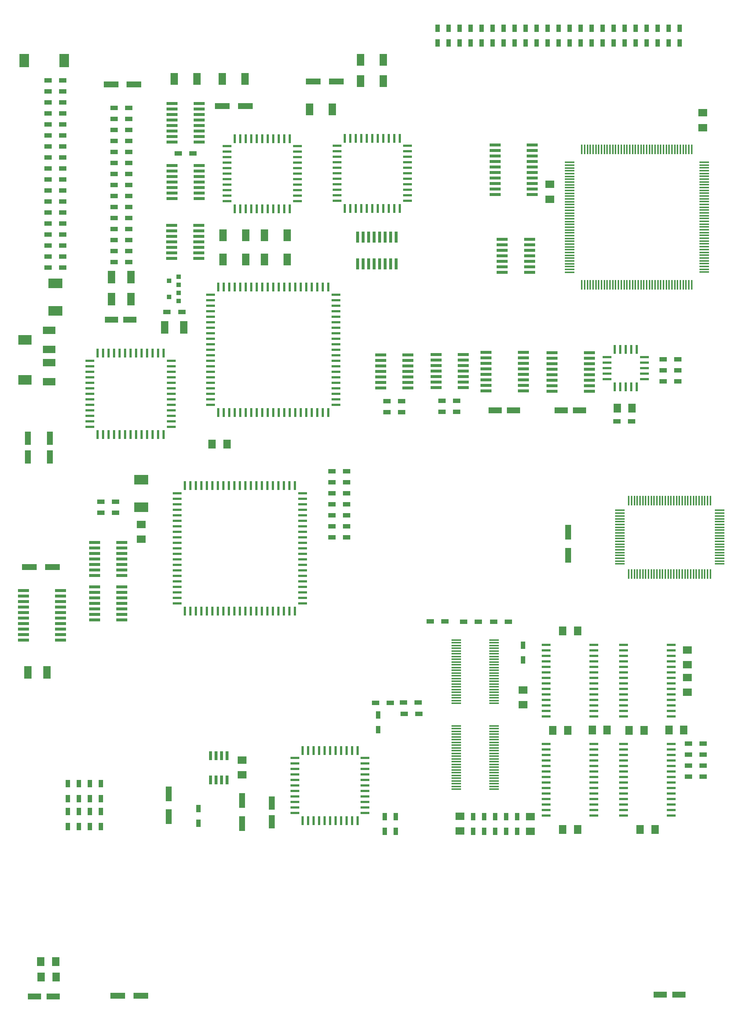
<source format=gbr>
G04 This is an RS-274x file exported by *
G04 gerbv version 2.7.0 *
G04 More information is available about gerbv at *
G04 http://gerbv.geda-project.org/ *
G04 --End of header info--*
%MOIN*%
%FSLAX36Y36*%
%IPPOS*%
G04 --Define apertures--*
%ADD10R,0.0433X0.0669*%
%ADD11R,0.0827X0.0669*%
%ADD12R,0.0669X0.0827*%
%ADD13R,0.0213X0.0827*%
%ADD14R,0.0827X0.0213*%
%ADD15R,0.1378X0.0551*%
%ADD16R,0.0551X0.1378*%
%ADD17R,0.0394X0.0394*%
%ADD18R,0.0669X0.0433*%
%ADD19R,0.0276X0.1024*%
%ADD20R,0.1024X0.0276*%
%ADD21R,0.0906X0.0118*%
%ADD22R,0.1220X0.0551*%
%ADD23R,0.0551X0.1220*%
%ADD24R,0.0276X0.0827*%
%ADD25R,0.1181X0.0669*%
%ADD26R,0.0669X0.1181*%
%ADD27R,0.1220X0.0866*%
%ADD28R,0.0866X0.1220*%
%ADD29R,0.1260X0.0906*%
%ADD30R,0.0669X0.1063*%
%ADD31R,0.0886X0.0118*%
%ADD32R,0.0118X0.0886*%
G04 --Start main section--*
G54D11*
G01X1287500Y-875492D03*
G01X1287504Y-1009870D03*
G54D12*
G01X5746878Y0181252D03*
G01X5612500Y0181252D03*
G54D11*
G01X6250000Y-2150004D03*
G01X6250000Y-2015626D03*
G01X6250000Y-2400004D03*
G01X6250000Y-2265626D03*
G01X4756252Y-2512504D03*
G01X4756252Y-2378126D03*
G54D12*
G01X5821874Y-3646874D03*
G01X5956252Y-3646874D03*
G01X5118748Y-3646874D03*
G01X5253130Y-3646874D03*
G01X6084374Y-2743748D03*
G01X6218756Y-2743748D03*
G01X5721874Y-2746874D03*
G01X5856252Y-2746874D03*
G01X5387500Y-2743748D03*
G01X5521878Y-2743748D03*
G01X5028126Y-2746874D03*
G01X5162504Y-2746874D03*
G01X5118748Y-1843748D03*
G01X5253130Y-1843748D03*
G54D11*
G01X6390626Y2728122D03*
G01X6390626Y2862500D03*
G01X5000000Y2078122D03*
G01X5000000Y2212500D03*
G54D13*
G01X2487500Y1281252D03*
G01X2437500Y1281252D03*
G01X2387500Y1281252D03*
G01X2337500Y1281252D03*
G01X2287500Y1281252D03*
G01X2237500Y1281252D03*
G01X2187500Y1281252D03*
G01X2137500Y1281252D03*
G01X2087500Y1281252D03*
G01X2037500Y1281252D03*
G01X1987500Y1281252D03*
G54D14*
G01X1916634Y1210386D03*
G01X1916634Y1160386D03*
G01X1916634Y1110386D03*
G01X1916634Y1060386D03*
G01X1916634Y1010386D03*
G01X1916634Y0960386D03*
G01X1916634Y0910386D03*
G01X1916634Y0860386D03*
G01X1916634Y0810386D03*
G01X1916634Y0760386D03*
G01X1916634Y0710386D03*
G01X1916634Y0660386D03*
G01X1916634Y0610386D03*
G01X1916634Y0560386D03*
G01X1916634Y0510386D03*
G01X1916634Y0460386D03*
G01X1916634Y0410386D03*
G01X1916634Y0360386D03*
G01X1916634Y0310386D03*
G01X1916634Y0260386D03*
G01X1916634Y0210386D03*
G54D13*
G01X1987500Y0139520D03*
G01X2037500Y0139520D03*
G01X2087500Y0139520D03*
G01X2137500Y0139520D03*
G01X2187500Y0139520D03*
G01X2237500Y0139520D03*
G01X2287500Y0139520D03*
G01X2337500Y0139520D03*
G01X2387500Y0139520D03*
G01X2437500Y0139520D03*
G01X2487500Y0139520D03*
G01X2537500Y0139520D03*
G01X2587500Y0139520D03*
G01X2637500Y0139520D03*
G01X2687500Y0139520D03*
G01X2737500Y0139520D03*
G01X2787500Y0139520D03*
G01X2837500Y0139520D03*
G01X2887500Y0139520D03*
G01X2937500Y0139520D03*
G01X2987500Y0139520D03*
G54D14*
G01X3058366Y0210386D03*
G01X3058366Y0260386D03*
G01X3058366Y0310386D03*
G01X3058366Y0360386D03*
G01X3058366Y0410386D03*
G01X3058366Y0460386D03*
G01X3058366Y0510386D03*
G01X3058366Y0560386D03*
G01X3058366Y0610386D03*
G01X3058366Y0660386D03*
G01X3058366Y0710386D03*
G01X3058366Y0760386D03*
G01X3058366Y0810386D03*
G01X3058366Y0860386D03*
G01X3058366Y0910386D03*
G01X3058366Y0960386D03*
G01X3058366Y1010386D03*
G01X3058366Y1060386D03*
G01X3058366Y1110386D03*
G01X3058366Y1160386D03*
G01X3058366Y1210386D03*
G54D13*
G01X2987500Y1281252D03*
G01X2937500Y1281252D03*
G01X2887500Y1281252D03*
G01X2837500Y1281252D03*
G01X2787500Y1281252D03*
G01X2737500Y1281252D03*
G01X2687500Y1281252D03*
G01X2637500Y1281252D03*
G01X2587500Y1281252D03*
G01X2537500Y1281252D03*
G01X2184374Y-1663606D03*
G01X2234374Y-1663606D03*
G01X2284374Y-1663606D03*
G01X2334374Y-1663606D03*
G01X2384374Y-1663606D03*
G01X2434374Y-1663606D03*
G01X2484374Y-1663606D03*
G01X2534374Y-1663606D03*
G01X2584374Y-1663606D03*
G01X2634374Y-1663606D03*
G01X2684374Y-1663606D03*
G54D14*
G01X2755240Y-1592740D03*
G01X2755240Y-1542740D03*
G01X2755240Y-1492740D03*
G01X2755240Y-1442740D03*
G01X2755240Y-1392740D03*
G01X2755240Y-1342740D03*
G01X2755240Y-1292740D03*
G01X2755240Y-1242740D03*
G01X2755240Y-1192740D03*
G01X2755240Y-1142740D03*
G01X2755240Y-1092740D03*
G01X2755240Y-1042740D03*
G01X2755240Y-992740D03*
G01X2755240Y-942740D03*
G01X2755240Y-892740D03*
G01X2755240Y-842740D03*
G01X2755240Y-792740D03*
G01X2755240Y-742740D03*
G01X2755240Y-692740D03*
G01X2755240Y-642740D03*
G01X2755240Y-592740D03*
G54D13*
G01X2684374Y-521874D03*
G01X2634374Y-521874D03*
G01X2584374Y-521874D03*
G01X2534374Y-521874D03*
G01X2484374Y-521874D03*
G01X2434374Y-521874D03*
G01X2384374Y-521874D03*
G01X2334374Y-521874D03*
G01X2284374Y-521874D03*
G01X2234374Y-521874D03*
G01X2184374Y-521874D03*
G01X2134374Y-521874D03*
G01X2084374Y-521874D03*
G01X2034374Y-521874D03*
G01X1984374Y-521874D03*
G01X1934374Y-521874D03*
G01X1884374Y-521874D03*
G01X1834374Y-521874D03*
G01X1784374Y-521874D03*
G01X1734374Y-521874D03*
G01X1684374Y-521874D03*
G54D14*
G01X1613508Y-592740D03*
G01X1613508Y-642740D03*
G01X1613508Y-692740D03*
G01X1613508Y-742740D03*
G01X1613508Y-792740D03*
G01X1613508Y-842740D03*
G01X1613508Y-892740D03*
G01X1613508Y-942740D03*
G01X1613508Y-992740D03*
G01X1613508Y-1042740D03*
G01X1613508Y-1092740D03*
G01X1613508Y-1142740D03*
G01X1613508Y-1192740D03*
G01X1613508Y-1242740D03*
G01X1613508Y-1292740D03*
G01X1613508Y-1342740D03*
G01X1613508Y-1392740D03*
G01X1613508Y-1442740D03*
G01X1613508Y-1492740D03*
G01X1613508Y-1542740D03*
G01X1613508Y-1592740D03*
G54D13*
G01X1684374Y-1663606D03*
G01X1734374Y-1663606D03*
G01X1784374Y-1663606D03*
G01X1834374Y-1663606D03*
G01X1884374Y-1663606D03*
G01X1934374Y-1663606D03*
G01X1984374Y-1663606D03*
G01X2034374Y-1663606D03*
G01X2084374Y-1663606D03*
G01X2134374Y-1663606D03*
G01X1190626Y0681252D03*
G01X1140626Y0681252D03*
G01X1090626Y0681252D03*
G01X1040626Y0681252D03*
G01X0990626Y0681252D03*
G01X0940626Y0681252D03*
G01X0890626Y0681252D03*
G54D14*
G01X0820547Y0611173D03*
G01X0820547Y0561173D03*
G01X0820547Y0511173D03*
G01X0820547Y0461173D03*
G01X0820547Y0411173D03*
G01X0820547Y0361173D03*
G01X0820547Y0311173D03*
G01X0820547Y0261173D03*
G01X0820547Y0211173D03*
G01X0820547Y0161173D03*
G01X0820547Y0111173D03*
G01X0820547Y0061173D03*
G01X0820547Y0011173D03*
G54D13*
G01X0890626Y-058906D03*
G01X0940626Y-058906D03*
G01X0990626Y-058906D03*
G01X1040626Y-058906D03*
G01X1090626Y-058906D03*
G01X1140626Y-058906D03*
G01X1190626Y-058906D03*
G01X1240626Y-058906D03*
G01X1290626Y-058906D03*
G01X1340626Y-058906D03*
G01X1390626Y-058906D03*
G01X1440626Y-058906D03*
G01X1490626Y-058906D03*
G54D14*
G01X1560705Y0011173D03*
G01X1560705Y0061173D03*
G01X1560705Y0111173D03*
G01X1560705Y0161173D03*
G01X1560705Y0211173D03*
G01X1560705Y0261173D03*
G01X1560705Y0311173D03*
G01X1560705Y0361173D03*
G01X1560705Y0411173D03*
G01X1560705Y0461173D03*
G01X1560705Y0511173D03*
G01X1560705Y0561173D03*
G01X1560705Y0611173D03*
G54D13*
G01X1490626Y0681252D03*
G01X1440626Y0681252D03*
G01X1390626Y0681252D03*
G01X1340626Y0681252D03*
G01X1290626Y0681252D03*
G01X1240626Y0681252D03*
G54D14*
G01X2068748Y2309374D03*
G01X2068748Y2259374D03*
G01X2068748Y2209374D03*
G01X2068748Y2159374D03*
G01X2068748Y2109374D03*
G01X2068748Y2059374D03*
G54D13*
G01X2137646Y1990476D03*
G01X2187646Y1990476D03*
G01X2237646Y1990476D03*
G01X2287646Y1990476D03*
G01X2337646Y1990476D03*
G01X2387646Y1990476D03*
G01X2437646Y1990476D03*
G01X2487646Y1990476D03*
G01X2537646Y1990476D03*
G01X2587646Y1990476D03*
G01X2637646Y1990476D03*
G54D14*
G01X2706543Y2059374D03*
G01X2706543Y2109374D03*
G01X2706543Y2159374D03*
G01X2706543Y2209374D03*
G01X2706543Y2259374D03*
G01X2706543Y2309374D03*
G01X2706543Y2359374D03*
G01X2706543Y2409374D03*
G01X2706543Y2459374D03*
G01X2706543Y2509374D03*
G01X2706543Y2559374D03*
G54D13*
G01X2637646Y2628272D03*
G01X2587646Y2628272D03*
G01X2537646Y2628272D03*
G01X2487646Y2628272D03*
G01X2437646Y2628272D03*
G01X2387646Y2628272D03*
G01X2337646Y2628272D03*
G01X2287646Y2628272D03*
G01X2237646Y2628272D03*
G01X2187646Y2628272D03*
G01X2137646Y2628272D03*
G54D14*
G01X2068748Y2559374D03*
G01X2068748Y2509374D03*
G01X2068748Y2459374D03*
G01X2068748Y2409374D03*
G01X2068748Y2359374D03*
G54D13*
G01X3387500Y2631252D03*
G01X3337500Y2631252D03*
G01X3287500Y2631252D03*
G01X3237500Y2631252D03*
G01X3187500Y2631252D03*
G01X3137500Y2631252D03*
G54D14*
G01X3068602Y2562354D03*
G01X3068602Y2512354D03*
G01X3068602Y2462354D03*
G01X3068602Y2412354D03*
G01X3068602Y2362354D03*
G01X3068602Y2312354D03*
G01X3068602Y2262354D03*
G01X3068602Y2212354D03*
G01X3068602Y2162354D03*
G01X3068602Y2112354D03*
G01X3068602Y2062354D03*
G54D13*
G01X3137500Y1993457D03*
G01X3187500Y1993457D03*
G01X3237500Y1993457D03*
G01X3287500Y1993457D03*
G01X3337500Y1993457D03*
G01X3387500Y1993457D03*
G01X3437500Y1993457D03*
G01X3487500Y1993457D03*
G01X3537500Y1993457D03*
G01X3587500Y1993457D03*
G01X3637500Y1993457D03*
G54D14*
G01X3706398Y2062354D03*
G01X3706398Y2112354D03*
G01X3706398Y2162354D03*
G01X3706398Y2212354D03*
G01X3706398Y2262354D03*
G01X3706398Y2312354D03*
G01X3706398Y2362354D03*
G01X3706398Y2412354D03*
G01X3706398Y2462354D03*
G01X3706398Y2512354D03*
G01X3706398Y2562354D03*
G54D13*
G01X3637500Y2631252D03*
G01X3587500Y2631252D03*
G01X3537500Y2631252D03*
G01X3487500Y2631252D03*
G01X3437500Y2631252D03*
G54D14*
G01X3322024Y-3247024D03*
G01X3322024Y-3197024D03*
G01X3322024Y-3147024D03*
G01X3322024Y-3097024D03*
G01X3322024Y-3047024D03*
G01X3322024Y-2997024D03*
G54D13*
G01X3253126Y-2928126D03*
G01X3203126Y-2928126D03*
G01X3153126Y-2928126D03*
G01X3103126Y-2928126D03*
G01X3053126Y-2928126D03*
G01X3003126Y-2928126D03*
G01X2953126Y-2928126D03*
G01X2903126Y-2928126D03*
G01X2853126Y-2928126D03*
G01X2803126Y-2928126D03*
G01X2753126Y-2928126D03*
G54D14*
G01X2684228Y-2997024D03*
G01X2684228Y-3047024D03*
G01X2684228Y-3097024D03*
G01X2684228Y-3147024D03*
G01X2684228Y-3197024D03*
G01X2684228Y-3247024D03*
G01X2684228Y-3297024D03*
G01X2684228Y-3347024D03*
G01X2684228Y-3397024D03*
G01X2684228Y-3447024D03*
G01X2684228Y-3497024D03*
G54D13*
G01X2753126Y-3565921D03*
G01X2803126Y-3565921D03*
G01X2853126Y-3565921D03*
G01X2903126Y-3565921D03*
G01X2953126Y-3565921D03*
G01X3003126Y-3565921D03*
G01X3053126Y-3565921D03*
G01X3103126Y-3565921D03*
G01X3153126Y-3565921D03*
G01X3203126Y-3565921D03*
G01X3253126Y-3565921D03*
G54D14*
G01X3322024Y-3497024D03*
G01X3322024Y-3447024D03*
G01X3322024Y-3397024D03*
G01X3322024Y-3347024D03*
G01X3322024Y-3297024D03*
G54D15*
G01X1284378Y-5156252D03*
G01X1075000Y-5156252D03*
G01X0481252Y-1262504D03*
G01X0271878Y-1262504D03*
G01X1221878Y3121874D03*
G01X1012504Y3121874D03*
G01X3059378Y3146874D03*
G01X2850000Y3146874D03*
G01X2234378Y2924996D03*
G01X2025000Y2924996D03*
G54D16*
G01X1537500Y-3531252D03*
G01X1537500Y-3321874D03*
G01X2203126Y-3593748D03*
G01X2203126Y-3384374D03*
G01X5168748Y-1156252D03*
G01X5168748Y-946874D03*
G54D17*
G01X1628126Y1375000D03*
G01X1628126Y1300197D03*
G01X1540724Y1337598D03*
G01X1628126Y1228126D03*
G01X1628126Y1153323D03*
G01X1540724Y1190724D03*
G54D13*
G01X5690626Y0373917D03*
G01X5740626Y0373917D03*
G01X5790626Y0373917D03*
G54D14*
G01X5859917Y0443209D03*
G01X5859917Y0493209D03*
G01X5859917Y0543209D03*
G01X5859917Y0593209D03*
G01X5859917Y0643209D03*
G54D13*
G01X5790626Y0712500D03*
G01X5740626Y0712500D03*
G01X5690626Y0712500D03*
G01X5640626Y0712500D03*
G01X5590626Y0712500D03*
G54D14*
G01X5521335Y0643209D03*
G01X5521335Y0593209D03*
G01X5521335Y0543209D03*
G01X5521335Y0493209D03*
G01X5521335Y0443209D03*
G54D13*
G01X5590626Y0373917D03*
G01X5640626Y0373917D03*
G54D10*
G01X3981252Y3631252D03*
G01X3981252Y3496874D03*
G01X4081252Y3631252D03*
G01X4081252Y3496874D03*
G01X4181252Y3631252D03*
G01X4181252Y3496874D03*
G01X4281252Y3631252D03*
G01X4281252Y3496874D03*
G01X4381252Y3631252D03*
G01X4381252Y3496874D03*
G01X4481252Y3496874D03*
G01X4481252Y3631252D03*
G01X4581252Y3496874D03*
G01X4581252Y3631252D03*
G01X4681252Y3496874D03*
G01X4681252Y3631252D03*
G01X4781252Y3496874D03*
G01X4781252Y3631252D03*
G01X4881252Y3496874D03*
G01X4881252Y3631252D03*
G01X4981252Y3496874D03*
G01X4981252Y3631252D03*
G01X5081252Y3496874D03*
G01X5081252Y3631252D03*
G01X5181252Y3496874D03*
G01X5181252Y3631252D03*
G01X5281252Y3496874D03*
G01X5281252Y3631252D03*
G01X5381252Y3496874D03*
G01X5381252Y3631252D03*
G01X5481252Y3496874D03*
G01X5481252Y3631252D03*
G01X5581252Y3496874D03*
G01X5581252Y3631252D03*
G01X5681252Y3496874D03*
G01X5681252Y3631252D03*
G01X5781252Y3496874D03*
G01X5781252Y3631252D03*
G01X5881252Y3496874D03*
G01X5881252Y3631252D03*
G01X5981252Y3496874D03*
G01X5981252Y3631252D03*
G01X6081252Y3496874D03*
G01X6081252Y3631252D03*
G01X6181252Y3496874D03*
G01X6181252Y3631252D03*
G54D18*
G01X0573437Y3157811D03*
G01X0439059Y3157811D03*
G01X0573437Y3057811D03*
G01X0439059Y3057811D03*
G01X0573437Y2957811D03*
G01X0439059Y2957811D03*
G01X0573437Y2857811D03*
G01X0439059Y2857811D03*
G01X0573437Y2757811D03*
G01X0439059Y2757811D03*
G01X0439059Y2657811D03*
G01X0573437Y2657811D03*
G01X0439059Y2557811D03*
G01X0573437Y2557811D03*
G01X0439059Y2457811D03*
G01X0573437Y2457811D03*
G01X0439059Y2357811D03*
G01X0573437Y2357811D03*
G01X0439059Y2257811D03*
G01X0573437Y2257811D03*
G01X0439059Y2157811D03*
G01X0573437Y2157811D03*
G01X0439059Y2057811D03*
G01X0573437Y2057811D03*
G01X0439059Y1957811D03*
G01X0573437Y1957811D03*
G01X0439059Y1857811D03*
G01X0573437Y1857811D03*
G01X0439059Y1757811D03*
G01X0573437Y1757811D03*
G01X0439059Y1657811D03*
G01X0573437Y1657811D03*
G01X0439059Y1557811D03*
G01X0573437Y1557811D03*
G01X0439059Y1457811D03*
G01X0573437Y1457811D03*
G01X1173437Y2907811D03*
G01X1039059Y2907811D03*
G01X1173437Y2807811D03*
G01X1039059Y2807811D03*
G01X1039059Y2707811D03*
G01X1173437Y2707811D03*
G01X1039059Y2607811D03*
G01X1173437Y2607811D03*
G01X1039059Y2507811D03*
G01X1173437Y2507811D03*
G01X1039059Y2407811D03*
G01X1173437Y2407811D03*
G01X1039059Y2307811D03*
G01X1173437Y2307811D03*
G01X1039059Y2207811D03*
G01X1173437Y2207811D03*
G01X1039059Y2107811D03*
G01X1173437Y2107811D03*
G01X1039059Y2007811D03*
G01X1173437Y2007811D03*
G01X1039059Y1907811D03*
G01X1173437Y1907811D03*
G01X1039059Y1807811D03*
G01X1173437Y1807811D03*
G01X1039059Y1707811D03*
G01X1173437Y1707811D03*
G01X1039059Y1607811D03*
G01X1173437Y1607811D03*
G01X1039059Y1507811D03*
G01X1173437Y1507811D03*
G54D10*
G01X0621874Y-3365626D03*
G01X0621874Y-3231252D03*
G01X0721874Y-3365626D03*
G01X0721874Y-3231252D03*
G01X0821874Y-3365626D03*
G01X0821874Y-3231252D03*
G01X0921874Y-3365626D03*
G01X0921874Y-3231252D03*
G01X0621874Y-3618748D03*
G01X0621874Y-3484374D03*
G01X0721874Y-3618748D03*
G01X0721874Y-3484374D03*
G01X0821874Y-3618748D03*
G01X0821874Y-3484374D03*
G01X0921874Y-3618748D03*
G01X0921874Y-3484374D03*
G01X4303126Y-3662500D03*
G01X4303126Y-3528126D03*
G01X4403126Y-3662500D03*
G01X4403126Y-3528126D03*
G01X4503126Y-3662500D03*
G01X4503126Y-3528126D03*
G01X4603126Y-3662500D03*
G01X4603126Y-3528126D03*
G01X4703126Y-3662500D03*
G01X4703126Y-3528126D03*
G01X3500000Y-3662500D03*
G01X3500000Y-3528126D03*
G01X3600000Y-3662500D03*
G01X3600000Y-3528126D03*
G01X3440626Y-2740626D03*
G01X3440626Y-2606252D03*
G01X4756252Y-2106252D03*
G01X4756252Y-1971874D03*
G54D18*
G01X3020311Y-392189D03*
G01X3154685Y-392189D03*
G01X3020311Y-492189D03*
G01X3154685Y-492189D03*
G01X3020311Y-592189D03*
G01X3154685Y-592189D03*
G01X3020311Y-692189D03*
G01X3154685Y-692189D03*
G01X3020311Y-792189D03*
G01X3154685Y-792189D03*
G01X3020311Y-892189D03*
G01X3154685Y-892189D03*
G01X3020311Y-992189D03*
G01X3154685Y-992189D03*
G01X0920311Y-670315D03*
G01X1054685Y-670315D03*
G01X0920311Y-770315D03*
G01X1054685Y-770315D03*
G01X3520311Y0242189D03*
G01X3654685Y0242189D03*
G01X3520311Y0142189D03*
G01X3654685Y0142189D03*
G01X4020311Y0245315D03*
G01X4154685Y0245315D03*
G01X4020311Y0145315D03*
G01X4154685Y0145315D03*
G01X5610937Y0060937D03*
G01X5745311Y0060937D03*
G01X6029685Y0623437D03*
G01X6164063Y0623437D03*
G01X6029685Y0523437D03*
G01X6164063Y0523437D03*
G01X6029685Y0423437D03*
G01X6164063Y0423437D03*
G01X3914063Y-1757811D03*
G01X4048437Y-1757811D03*
G01X4217185Y-1760937D03*
G01X4351559Y-1760937D03*
G01X4489063Y-1760937D03*
G01X4623437Y-1760937D03*
G01X3417185Y-2495315D03*
G01X3551559Y-2495315D03*
G01X3670311Y-2492189D03*
G01X3804685Y-2492189D03*
G01X3676559Y-2595315D03*
G01X3810937Y-2595315D03*
G01X6260937Y-2867189D03*
G01X6395311Y-2867189D03*
G01X6260937Y-2967189D03*
G01X6395311Y-2967189D03*
G01X6260937Y-3067189D03*
G01X6395311Y-3067189D03*
G01X6260937Y-3167189D03*
G01X6395311Y-3167189D03*
G54D10*
G01X1806252Y-3590626D03*
G01X1806252Y-3456252D03*
G54D12*
G01X0375000Y-4846874D03*
G01X0509378Y-4846874D03*
G01X0378126Y-4987500D03*
G01X0512504Y-4987496D03*
G54D11*
G01X4184378Y-3659378D03*
G01X4184374Y-3525000D03*
G01X4825000Y-3662504D03*
G01X4825000Y-3528126D03*
G01X2203126Y-3150004D03*
G01X2203126Y-3015626D03*
G54D14*
G01X6104945Y-3518748D03*
G01X6104945Y-3468748D03*
G01X6104945Y-3418748D03*
G01X6104945Y-3368748D03*
G01X6104945Y-3318748D03*
G01X6104945Y-3268748D03*
G01X6104945Y-3218748D03*
G01X6104945Y-3168748D03*
G01X6104945Y-3118748D03*
G01X6104945Y-3068748D03*
G01X6104945Y-3018748D03*
G01X6104945Y-2968748D03*
G01X6104945Y-2918748D03*
G01X6104945Y-2868748D03*
G01X5671874Y-2868748D03*
G01X5671874Y-2918748D03*
G01X5671874Y-2968748D03*
G01X5671874Y-3018748D03*
G01X5671874Y-3068748D03*
G01X5671874Y-3118748D03*
G01X5671874Y-3168748D03*
G01X5671874Y-3218748D03*
G01X5671874Y-3268748D03*
G01X5671874Y-3318748D03*
G01X5671874Y-3368748D03*
G01X5671874Y-3418748D03*
G01X5671874Y-3468748D03*
G01X5671874Y-3518748D03*
G01X5401819Y-3518748D03*
G01X5401819Y-3468748D03*
G01X5401819Y-3418748D03*
G01X5401819Y-3368748D03*
G01X5401819Y-3318748D03*
G01X5401819Y-3268748D03*
G01X5401819Y-3218748D03*
G01X5401819Y-3168748D03*
G01X5401819Y-3118748D03*
G01X5401819Y-3068748D03*
G01X5401819Y-3018748D03*
G01X5401819Y-2968748D03*
G01X5401819Y-2918748D03*
G01X5401819Y-2868748D03*
G01X4968748Y-2868748D03*
G01X4968748Y-2918748D03*
G01X4968748Y-2968748D03*
G01X4968748Y-3018748D03*
G01X4968748Y-3068748D03*
G01X4968748Y-3118748D03*
G01X4968748Y-3168748D03*
G01X4968748Y-3218748D03*
G01X4968748Y-3268748D03*
G01X4968748Y-3318748D03*
G01X4968748Y-3368748D03*
G01X4968748Y-3418748D03*
G01X4968748Y-3468748D03*
G01X4968748Y-3518748D03*
G01X6104945Y-2618748D03*
G01X6104945Y-2568748D03*
G01X6104945Y-2518748D03*
G01X6104945Y-2468748D03*
G01X6104945Y-2418748D03*
G01X6104945Y-2368748D03*
G01X6104945Y-2318748D03*
G01X6104945Y-2268748D03*
G01X6104945Y-2218748D03*
G01X6104945Y-2168748D03*
G01X6104945Y-2118748D03*
G01X6104945Y-2068748D03*
G01X6104945Y-2018748D03*
G01X6104945Y-1968748D03*
G01X5671874Y-1968748D03*
G01X5671874Y-2018748D03*
G01X5671874Y-2068748D03*
G01X5671874Y-2118748D03*
G01X5671874Y-2168748D03*
G01X5671874Y-2218748D03*
G01X5671874Y-2268748D03*
G01X5671874Y-2318748D03*
G01X5671874Y-2368748D03*
G01X5671874Y-2418748D03*
G01X5671874Y-2468748D03*
G01X5671874Y-2518748D03*
G01X5671874Y-2568748D03*
G01X5671874Y-2618748D03*
G01X5401819Y-2618748D03*
G01X5401819Y-2568748D03*
G01X5401819Y-2518748D03*
G01X5401819Y-2468748D03*
G01X5401819Y-2418748D03*
G01X5401819Y-2368748D03*
G01X5401819Y-2318748D03*
G01X5401819Y-2268748D03*
G01X5401819Y-2218748D03*
G01X5401819Y-2168748D03*
G01X5401819Y-2118748D03*
G01X5401819Y-2068748D03*
G01X5401819Y-2018748D03*
G01X5401819Y-1968748D03*
G01X4968748Y-1968748D03*
G01X4968748Y-2018748D03*
G01X4968748Y-2068748D03*
G01X4968748Y-2118748D03*
G01X4968748Y-2168748D03*
G01X4968748Y-2218748D03*
G01X4968748Y-2268748D03*
G01X4968748Y-2318748D03*
G01X4968748Y-2368748D03*
G01X4968748Y-2418748D03*
G01X4968748Y-2468748D03*
G01X4968748Y-2518748D03*
G01X4968748Y-2568748D03*
G01X4968748Y-2618748D03*
G54D19*
G01X3253126Y1734374D03*
G01X3303126Y1734374D03*
G01X3353126Y1734374D03*
G01X3403126Y1734374D03*
G01X3453126Y1734374D03*
G01X3503126Y1734374D03*
G01X3553126Y1734374D03*
G01X3603126Y1734374D03*
G01X3253126Y1490626D03*
G01X3303126Y1490626D03*
G01X3353126Y1490626D03*
G01X3403126Y1490626D03*
G01X3453126Y1490626D03*
G01X3503126Y1490626D03*
G01X3553126Y1490626D03*
G01X3603126Y1490626D03*
G54D20*
G01X4212500Y0665626D03*
G01X4212500Y0615626D03*
G01X4212500Y0565626D03*
G01X4212500Y0515626D03*
G01X4212500Y0465626D03*
G01X4212500Y0415626D03*
G01X4212500Y0365626D03*
G01X3965626Y0665626D03*
G01X3965626Y0615626D03*
G01X3965626Y0565626D03*
G01X3965626Y0515626D03*
G01X3965626Y0465626D03*
G01X3965626Y0415626D03*
G01X3965626Y0365626D03*
G01X3709374Y0662500D03*
G01X3709374Y0612500D03*
G01X3709374Y0562500D03*
G01X3709374Y0512500D03*
G01X3709374Y0462500D03*
G01X3709374Y0412500D03*
G01X3709374Y0362500D03*
G01X3462500Y0662500D03*
G01X3462500Y0612500D03*
G01X3462500Y0562500D03*
G01X3462500Y0512500D03*
G01X3462500Y0462500D03*
G01X3462500Y0412500D03*
G01X3462500Y0362500D03*
G01X4815626Y1712500D03*
G01X4815626Y1662500D03*
G01X4815626Y1612500D03*
G01X4815626Y1562500D03*
G01X4815626Y1512500D03*
G01X4815626Y1462500D03*
G01X4815626Y1412500D03*
G01X4568748Y1712500D03*
G01X4568748Y1662500D03*
G01X4568748Y1612500D03*
G01X4568748Y1562500D03*
G01X4568748Y1512500D03*
G01X4568748Y1462500D03*
G01X4568748Y1412500D03*
G01X4759374Y0687500D03*
G01X4759374Y0637500D03*
G01X4759374Y0587500D03*
G01X4759374Y0537500D03*
G01X4759374Y0487500D03*
G01X4759374Y0437500D03*
G01X4759374Y0387500D03*
G01X4759374Y0337500D03*
G01X4421874Y0687500D03*
G01X4421874Y0637500D03*
G01X4421874Y0587500D03*
G01X4421874Y0537500D03*
G01X4421874Y0487500D03*
G01X4421874Y0437500D03*
G01X4421874Y0387500D03*
G01X4421874Y0337500D03*
G01X5359374Y0684374D03*
G01X5359374Y0634374D03*
G01X5359374Y0584374D03*
G01X5359374Y0534374D03*
G01X5359374Y0484374D03*
G01X5359374Y0434374D03*
G01X5359374Y0384374D03*
G01X5359374Y0334374D03*
G01X5021874Y0684374D03*
G01X5021874Y0634374D03*
G01X5021874Y0584374D03*
G01X5021874Y0534374D03*
G01X5021874Y0484374D03*
G01X5021874Y0434374D03*
G01X5021874Y0384374D03*
G01X5021874Y0334374D03*
G01X4840626Y2568748D03*
G01X4840626Y2518748D03*
G01X4840626Y2468748D03*
G01X4840626Y2418748D03*
G01X4840626Y2368748D03*
G01X4840626Y2318748D03*
G01X4840626Y2268748D03*
G01X4840626Y2218748D03*
G01X4503126Y2568748D03*
G01X4503126Y2518748D03*
G01X4503126Y2468748D03*
G01X4503126Y2418748D03*
G01X4503126Y2368748D03*
G01X4503126Y2318748D03*
G01X4503126Y2268748D03*
G01X4503126Y2218748D03*
G01X4840626Y2168748D03*
G01X4840626Y2118748D03*
G01X4503126Y2168748D03*
G01X4503126Y2118748D03*
G01X0553126Y-1475000D03*
G01X0553126Y-1525000D03*
G01X0553126Y-1575000D03*
G01X0553126Y-1625000D03*
G01X0553126Y-1675000D03*
G01X0553126Y-1725000D03*
G01X0553126Y-1775000D03*
G01X0553126Y-1825000D03*
G01X0215626Y-1475000D03*
G01X0215626Y-1525000D03*
G01X0215626Y-1575000D03*
G01X0215626Y-1625000D03*
G01X0215626Y-1675000D03*
G01X0215626Y-1725000D03*
G01X0215626Y-1775000D03*
G01X0215626Y-1825000D03*
G01X0553126Y-1875000D03*
G01X0553126Y-1925000D03*
G01X0215626Y-1875000D03*
G01X0215626Y-1925000D03*
G01X1109374Y-1443748D03*
G01X1109374Y-1493748D03*
G01X1109374Y-1543748D03*
G01X1109374Y-1593748D03*
G01X1109374Y-1643748D03*
G01X1109374Y-1693748D03*
G01X1109374Y-1743748D03*
G01X0862500Y-1443748D03*
G01X0862500Y-1493748D03*
G01X0862500Y-1543748D03*
G01X0862500Y-1593748D03*
G01X0862500Y-1643748D03*
G01X0862500Y-1693748D03*
G01X0862500Y-1743748D03*
G01X1109374Y-1040626D03*
G01X1109374Y-1090626D03*
G01X1109374Y-1140626D03*
G01X1109374Y-1190626D03*
G01X1109374Y-1240626D03*
G01X1109374Y-1290626D03*
G01X1109374Y-1340626D03*
G01X0862500Y-1040626D03*
G01X0862500Y-1090626D03*
G01X0862500Y-1140626D03*
G01X0862500Y-1190626D03*
G01X0862500Y-1240626D03*
G01X0862500Y-1290626D03*
G01X0862500Y-1340626D03*
G01X1809374Y1840626D03*
G01X1809374Y1790626D03*
G01X1809374Y1740626D03*
G01X1809374Y1690626D03*
G01X1809374Y1640626D03*
G01X1809374Y1590626D03*
G01X1809374Y1540626D03*
G01X1562500Y1840626D03*
G01X1562500Y1790626D03*
G01X1562500Y1740626D03*
G01X1562500Y1690626D03*
G01X1562500Y1640626D03*
G01X1562500Y1590626D03*
G01X1562500Y1540626D03*
G01X1812500Y2384374D03*
G01X1812500Y2334374D03*
G01X1812500Y2284374D03*
G01X1812500Y2234374D03*
G01X1812500Y2184374D03*
G01X1812500Y2134374D03*
G01X1812500Y2084374D03*
G01X1565626Y2384374D03*
G01X1565626Y2334374D03*
G01X1565626Y2284374D03*
G01X1565626Y2234374D03*
G01X1565626Y2184374D03*
G01X1565626Y2134374D03*
G01X1565626Y2084374D03*
G54D18*
G01X1623437Y2492189D03*
G01X1757811Y2492185D03*
G54D20*
G01X1812500Y2946874D03*
G01X1812500Y2896874D03*
G01X1812500Y2846874D03*
G01X1812500Y2796874D03*
G01X1812500Y2746874D03*
G01X1812500Y2696874D03*
G01X1812500Y2646874D03*
G01X1812500Y2596874D03*
G01X1568748Y2946874D03*
G01X1568748Y2896874D03*
G01X1568748Y2846874D03*
G01X1568748Y2796874D03*
G01X1568748Y2746874D03*
G01X1568748Y2696874D03*
G01X1568748Y2646874D03*
G01X1568748Y2596874D03*
G54D18*
G01X1521874Y1053126D03*
G01X1656252Y1053126D03*
G54D12*
G01X1931252Y-146874D03*
G01X2065630Y-146874D03*
G54D21*
G01X4151563Y-1925000D03*
G01X4151563Y-1950000D03*
G01X4151563Y-1975000D03*
G01X4151563Y-2000000D03*
G01X4151563Y-2025000D03*
G01X4151563Y-2050000D03*
G01X4151563Y-2075000D03*
G01X4151563Y-2100000D03*
G01X4151563Y-2125000D03*
G01X4151563Y-2150000D03*
G01X4151563Y-2175000D03*
G01X4151563Y-2200000D03*
G01X4151563Y-2225000D03*
G01X4151563Y-2250000D03*
G01X4151563Y-2275000D03*
G01X4151563Y-2300000D03*
G01X4151563Y-2325000D03*
G01X4151563Y-2350000D03*
G01X4151563Y-2375000D03*
G01X4151563Y-2400000D03*
G01X4151563Y-2425000D03*
G01X4151563Y-2450000D03*
G01X4151563Y-2475000D03*
G01X4151563Y-2500000D03*
G01X4493748Y-1925000D03*
G01X4493748Y-1950000D03*
G01X4493748Y-1975000D03*
G01X4493748Y-2000000D03*
G01X4493752Y-2025000D03*
G01X4493752Y-2050000D03*
G01X4493752Y-2075000D03*
G01X4493752Y-2100000D03*
G01X4493748Y-2125000D03*
G01X4493748Y-2150000D03*
G01X4493748Y-2175000D03*
G01X4493748Y-2200000D03*
G01X4493752Y-2225000D03*
G01X4493752Y-2250000D03*
G01X4493752Y-2275000D03*
G01X4493752Y-2300000D03*
G01X4493748Y-2325000D03*
G01X4493748Y-2350000D03*
G01X4493748Y-2375000D03*
G01X4493748Y-2400000D03*
G01X4493752Y-2425000D03*
G01X4493752Y-2450000D03*
G01X4493752Y-2475000D03*
G01X4493752Y-2500000D03*
G01X4151563Y-2706252D03*
G01X4151563Y-2731252D03*
G01X4151563Y-2756252D03*
G01X4151563Y-2781252D03*
G01X4151563Y-2806252D03*
G01X4151563Y-2831252D03*
G01X4151563Y-2856252D03*
G01X4151563Y-2881252D03*
G01X4151563Y-2906252D03*
G01X4151563Y-2931252D03*
G01X4151563Y-2956252D03*
G01X4151563Y-2981252D03*
G01X4151563Y-3006252D03*
G01X4151563Y-3031252D03*
G01X4151563Y-3056252D03*
G01X4151563Y-3081252D03*
G01X4151563Y-3106252D03*
G01X4151563Y-3131252D03*
G01X4151563Y-3156252D03*
G01X4151563Y-3181252D03*
G01X4151563Y-3206252D03*
G01X4151563Y-3231252D03*
G01X4151563Y-3256252D03*
G01X4151563Y-3281252D03*
G01X4493748Y-2706252D03*
G01X4493748Y-2731252D03*
G01X4493748Y-2756252D03*
G01X4493748Y-2781252D03*
G01X4493752Y-2806252D03*
G01X4493752Y-2831252D03*
G01X4493752Y-2856252D03*
G01X4493752Y-2881252D03*
G01X4493748Y-2906252D03*
G01X4493748Y-2931252D03*
G01X4493748Y-2956252D03*
G01X4493748Y-2981252D03*
G01X4493752Y-3006252D03*
G01X4493752Y-3031252D03*
G01X4493752Y-3056252D03*
G01X4493752Y-3081252D03*
G01X4493748Y-3106252D03*
G01X4493748Y-3131252D03*
G01X4493748Y-3156252D03*
G01X4493748Y-3181252D03*
G01X4493752Y-3206252D03*
G01X4493752Y-3231252D03*
G01X4493752Y-3256252D03*
G01X4493752Y-3281252D03*
G54D22*
G01X0317189Y-5164063D03*
G01X0485937Y-5164063D03*
G01X6004685Y-5145315D03*
G01X6173437Y-5145315D03*
G54D24*
G01X1918748Y-3196850D03*
G01X1968748Y-3196850D03*
G01X2018748Y-3196850D03*
G01X2068748Y-3196850D03*
G01X2068748Y-2975000D03*
G01X2018748Y-2975000D03*
G01X1968748Y-2975000D03*
G01X1918748Y-2975000D03*
G54D23*
G01X2475000Y-3406252D03*
G01X2475000Y-3575000D03*
G01X0256252Y-093748D03*
G01X0256252Y-262500D03*
G01X0456252Y-093748D03*
G01X0456252Y-262500D03*
G54D22*
G01X1184374Y0984378D03*
G01X1015622Y0984378D03*
G01X4671874Y0159378D03*
G01X4503126Y0159378D03*
G01X5271874Y0159378D03*
G01X5103126Y0159378D03*
G54D25*
G01X0450000Y0887500D03*
G01X0450000Y0712500D03*
G01X0450000Y0593748D03*
G01X0450000Y0418748D03*
G54D26*
G01X1675000Y0912496D03*
G01X1500000Y0912496D03*
G01X1193748Y1368748D03*
G01X1018748Y1368748D03*
G01X1193748Y1168748D03*
G01X1018748Y1168748D03*
G01X0431248Y-2218752D03*
G01X0256248Y-2218752D03*
G54D27*
G01X0231252Y0437500D03*
G01X0231252Y0800000D03*
G54D28*
G01X0225004Y3337500D03*
G01X0587504Y3337500D03*
G54D29*
G01X1287496Y-718748D03*
G01X1287496Y-468748D03*
G01X0506248Y1062504D03*
G01X0506248Y1312504D03*
G54D30*
G01X1587500Y3168748D03*
G01X1793748Y3168748D03*
G01X2025000Y3168748D03*
G01X2231252Y3168748D03*
G01X2818748Y2893748D03*
G01X3025000Y2893748D03*
G01X3281252Y3343748D03*
G01X3487500Y3343748D03*
G01X3281252Y3150000D03*
G01X3487500Y3150000D03*
G01X2031252Y1750000D03*
G01X2237500Y1750000D03*
G01X2031252Y1531252D03*
G01X2237500Y1531252D03*
G01X2406252Y1750000D03*
G01X2612500Y1750000D03*
G01X2406252Y1531252D03*
G01X2612500Y1531252D03*
G54D31*
G01X6542189Y-748031D03*
G01X6542189Y-773622D03*
G01X6542189Y-799213D03*
G01X6542189Y-824803D03*
G01X6542189Y-850394D03*
G01X6542189Y-875984D03*
G01X6542189Y-901575D03*
G01X6542189Y-927165D03*
G01X6542189Y-952756D03*
G01X6542189Y-978346D03*
G01X6542189Y-1003937D03*
G01X6542189Y-1029528D03*
G01X6542189Y-1055118D03*
G01X6542189Y-1080709D03*
G01X6542189Y-1106299D03*
G01X6542189Y-1131890D03*
G01X6542189Y-1157480D03*
G01X6542189Y-1183071D03*
G01X6542189Y-1208661D03*
G01X6542189Y-1234252D03*
G01X5635937Y-748031D03*
G01X5635937Y-773622D03*
G01X5635937Y-799213D03*
G01X5635937Y-824803D03*
G01X5635937Y-850394D03*
G01X5635937Y-875984D03*
G01X5635937Y-901575D03*
G01X5635937Y-927165D03*
G01X5635937Y-952756D03*
G01X5635937Y-978346D03*
G01X5635937Y-1003937D03*
G01X5635937Y-1029528D03*
G01X5635937Y-1055118D03*
G01X5635937Y-1080709D03*
G01X5635937Y-1106299D03*
G01X5635937Y-1131890D03*
G01X5635937Y-1157480D03*
G01X5635937Y-1183071D03*
G01X5635937Y-1208661D03*
G01X5635937Y-1234252D03*
G54D32*
G01X6204047Y-659890D03*
G01X6178457Y-659890D03*
G01X6152866Y-659890D03*
G01X6127276Y-659890D03*
G01X6101685Y-659890D03*
G01X6076094Y-659890D03*
G01X6050504Y-659890D03*
G01X6024913Y-659890D03*
G01X5999323Y-659890D03*
G01X5973732Y-659890D03*
G01X5948142Y-659890D03*
G01X5922551Y-659890D03*
G01X5896961Y-659890D03*
G01X5871370Y-659890D03*
G01X5845780Y-659890D03*
G01X5820189Y-659890D03*
G01X5794598Y-659890D03*
G01X5769008Y-659890D03*
G01X5743417Y-659890D03*
G01X5717827Y-659890D03*
G01X6459941Y-659890D03*
G01X6434350Y-659890D03*
G01X6408764Y-659890D03*
G01X6383169Y-659890D03*
G01X6357579Y-659890D03*
G01X6331992Y-659890D03*
G01X6306402Y-659890D03*
G01X6280807Y-659890D03*
G01X6255217Y-659890D03*
G01X6229626Y-659890D03*
G01X6204047Y-1325520D03*
G01X6178457Y-1325520D03*
G01X6152866Y-1325520D03*
G01X6127276Y-1325520D03*
G01X6101685Y-1325520D03*
G01X6076094Y-1325520D03*
G01X6050504Y-1325520D03*
G01X6024913Y-1325520D03*
G01X5999323Y-1325520D03*
G01X5973732Y-1325520D03*
G01X5948142Y-1325520D03*
G01X5922551Y-1325520D03*
G01X5896961Y-1325520D03*
G01X5871370Y-1325520D03*
G01X5845780Y-1325520D03*
G01X5820189Y-1325520D03*
G01X5794598Y-1325520D03*
G01X5769008Y-1325520D03*
G01X5743417Y-1325520D03*
G01X5717827Y-1325520D03*
G01X6459941Y-1325520D03*
G01X6434350Y-1325520D03*
G01X6408764Y-1325520D03*
G01X6383169Y-1325520D03*
G01X6357579Y-1325520D03*
G01X6331992Y-1325520D03*
G01X6306402Y-1325520D03*
G01X6280807Y-1325520D03*
G01X6255217Y-1325520D03*
G01X6229626Y-1325520D03*
G01X5777890Y1299441D03*
G01X5752299Y1299441D03*
G01X5726709Y1299441D03*
G01X5701118Y1299441D03*
G01X5675528Y1299441D03*
G01X5649937Y1299441D03*
G01X5624346Y1299441D03*
G01X5598756Y1299441D03*
G01X5573165Y1299441D03*
G01X5547575Y1299441D03*
G01X5521984Y1299441D03*
G01X5496394Y1299441D03*
G01X5470803Y1299441D03*
G01X5445213Y1299441D03*
G01X5419622Y1299441D03*
G01X5394031Y1299441D03*
G01X5368441Y1299441D03*
G01X5342850Y1299441D03*
G01X5317260Y1299441D03*
G01X5291669Y1299441D03*
G01X6033787Y1299441D03*
G01X6008197Y1299441D03*
G01X5982606Y1299441D03*
G01X5957016Y1299441D03*
G01X5931425Y1299441D03*
G01X5905835Y1299441D03*
G01X5880244Y1299441D03*
G01X5854654Y1299441D03*
G01X5829063Y1299441D03*
G01X5803472Y1299441D03*
G01X6289681Y1299441D03*
G01X6264091Y1299441D03*
G01X6238500Y1299441D03*
G01X6212909Y1299441D03*
G01X6187319Y1299441D03*
G01X6161728Y1299441D03*
G01X6136138Y1299441D03*
G01X6110547Y1299441D03*
G01X6084957Y1299441D03*
G01X6059366Y1299441D03*
G01X5777890Y2529130D03*
G01X5752299Y2529130D03*
G01X5726709Y2529130D03*
G01X5701118Y2529130D03*
G01X5675528Y2529130D03*
G01X5649937Y2529130D03*
G01X5624346Y2529130D03*
G01X5598756Y2529130D03*
G01X5573165Y2529130D03*
G01X5547575Y2529130D03*
G01X5521984Y2529130D03*
G01X5496394Y2529130D03*
G01X5470803Y2529130D03*
G01X5445213Y2529130D03*
G01X5419622Y2529130D03*
G01X5394031Y2529130D03*
G01X5368441Y2529130D03*
G01X5342850Y2529130D03*
G01X5317260Y2529130D03*
G01X5291669Y2529130D03*
G01X6033787Y2529130D03*
G01X6008197Y2529130D03*
G01X5982606Y2529130D03*
G01X5957016Y2529130D03*
G01X5931425Y2529130D03*
G01X5905835Y2529130D03*
G01X5880244Y2529130D03*
G01X5854654Y2529130D03*
G01X5829063Y2529130D03*
G01X5803472Y2529130D03*
G01X6289681Y2529130D03*
G01X6264091Y2529130D03*
G01X6238500Y2529130D03*
G01X6212909Y2529130D03*
G01X6187319Y2529130D03*
G01X6161728Y2529130D03*
G01X6136138Y2529130D03*
G01X6110547Y2529130D03*
G01X6084957Y2529130D03*
G01X6059366Y2529130D03*
G54D31*
G01X5179740Y1926291D03*
G01X5179740Y1951882D03*
G01X5179740Y1977472D03*
G01X5179740Y2003063D03*
G01X5179740Y2028654D03*
G01X5179740Y2054244D03*
G01X5179740Y2079835D03*
G01X5179740Y2105425D03*
G01X5179740Y2131016D03*
G01X5179740Y2156606D03*
G01X5179740Y2182197D03*
G01X5179740Y2207787D03*
G01X5179740Y2233378D03*
G01X5179740Y2258969D03*
G01X5179740Y2284559D03*
G01X5179740Y2310150D03*
G01X5179740Y2335740D03*
G01X5179740Y2361331D03*
G01X5179740Y2386921D03*
G01X5179740Y2412512D03*
G01X5179740Y1670394D03*
G01X5179740Y1695984D03*
G01X5179740Y1721575D03*
G01X5179740Y1747169D03*
G01X5179740Y1772760D03*
G01X5179740Y1798346D03*
G01X5179740Y1823937D03*
G01X5179740Y1849531D03*
G01X5179740Y1875122D03*
G01X5179740Y1900713D03*
G01X5179740Y1414500D03*
G01X5179740Y1440091D03*
G01X5179740Y1465681D03*
G01X5179740Y1491272D03*
G01X5179740Y1516862D03*
G01X5179740Y1542453D03*
G01X5179740Y1568043D03*
G01X5179740Y1593634D03*
G01X5179740Y1619224D03*
G01X5179740Y1644815D03*
G01X6404740Y1927854D03*
G01X6404740Y1953445D03*
G01X6404740Y1979035D03*
G01X6404740Y2004626D03*
G01X6404740Y2030217D03*
G01X6404740Y2055807D03*
G01X6404740Y2081398D03*
G01X6404740Y2106988D03*
G01X6404740Y2132579D03*
G01X6404740Y2158169D03*
G01X6404740Y2183760D03*
G01X6404740Y2209350D03*
G01X6404740Y2234941D03*
G01X6404740Y2260531D03*
G01X6404740Y2286122D03*
G01X6404740Y2311713D03*
G01X6404740Y2337303D03*
G01X6404740Y2362894D03*
G01X6404740Y2388484D03*
G01X6404740Y2414075D03*
G01X6404740Y1671961D03*
G01X6404740Y1697551D03*
G01X6404740Y1723142D03*
G01X6404740Y1748732D03*
G01X6404740Y1774323D03*
G01X6404740Y1799913D03*
G01X6404740Y1825504D03*
G01X6404740Y1851094D03*
G01X6404740Y1876685D03*
G01X6404740Y1902276D03*
G01X6404740Y1416063D03*
G01X6404740Y1441654D03*
G01X6404740Y1467244D03*
G01X6404740Y1492835D03*
G01X6404740Y1518425D03*
G01X6404740Y1544016D03*
G01X6404740Y1569606D03*
G01X6404740Y1595197D03*
G01X6404740Y1620787D03*
G01X6404740Y1646378D03*
M02*

</source>
